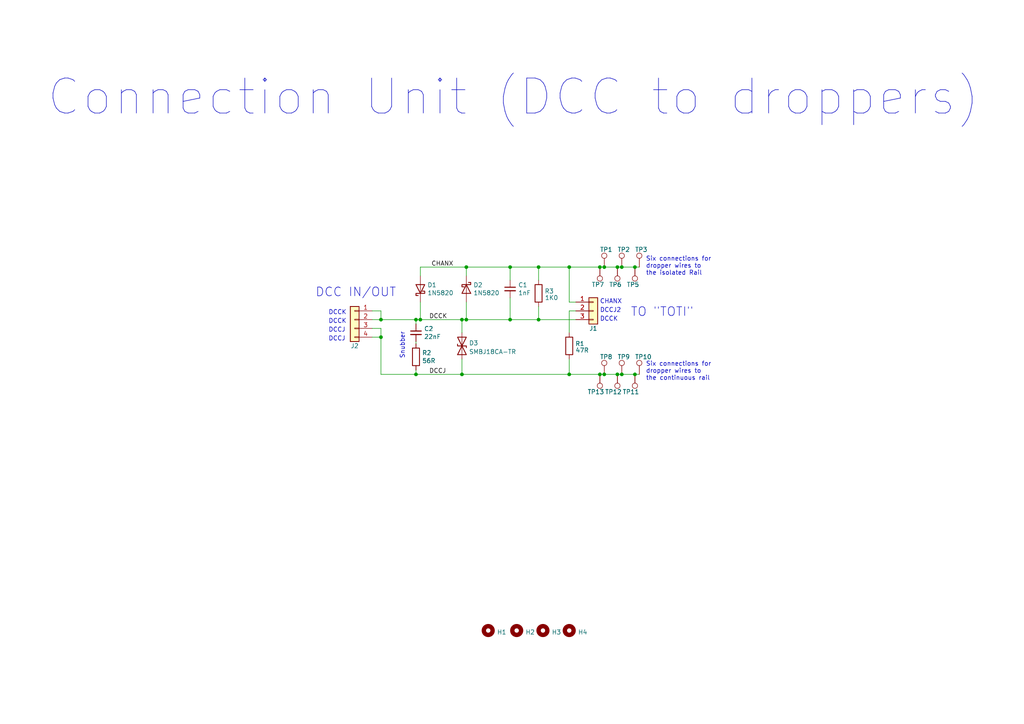
<source format=kicad_sch>
(kicad_sch (version 20211123) (generator eeschema)
  (paper "A4")
  (title_block (title "Connection Unit") (date "2021-12-31") (rev "A") (comment 1 "1002"))
  (lib_symbols
    (symbol "Connector:TestPoint" (pin_numbers hide) (pin_names (offset 0.762) hide)
      (property "Reference" "TP" (at 0 6.858 0))
      (property "Value" "TestPoint" (at 0 5.08 0))
      (symbol "TestPoint_0_1"
        (circle (center 0 3.302) (radius 0.762))
      )
      (symbol "TestPoint_1_1"
        (pin passive line (at 0 0 90) (length 2.54) (name "1") (number "1"))
      )
    )
    (symbol "Connector_Generic:Conn_01x03" (pin_names (offset 1.016) hide)
      (property "Reference" "J" (at 0 5.08 0))
      (property "Value" "Conn_01x03" (at 0 -5.08 0))
      (symbol "Conn_01x03_1_1"
        (rectangle (start -1.27 -2.413) (end 0 -2.667) (stroke (width 0.1524)))
        (rectangle (start -1.27 0.127) (end 0 -0.127) (stroke (width 0.1524)))
        (rectangle (start -1.27 2.667) (end 0 2.413) (stroke (width 0.1524)))
        (rectangle (start -1.27 3.81) (end 1.27 -3.81) (stroke (width 0.254)) (fill (type background)))
        (pin passive line (at -5.08 2.54 0) (length 3.81) (name "Pin_1") (number "1"))
        (pin passive line (at -5.08 0 0) (length 3.81) (name "Pin_2") (number "2"))
        (pin passive line (at -5.08 -2.54 0) (length 3.81) (name "Pin_3") (number "3"))
      )
    )
    (symbol "Connector_Generic:Conn_01x04" (pin_names (offset 1.016) hide)
      (property "Reference" "J" (at 0 5.08 0))
      (property "Value" "Conn_01x04" (at 0 -7.62 0))
      (symbol "Conn_01x04_1_1"
        (rectangle (start -1.27 -4.953) (end 0 -5.207) (stroke (width 0.1524)))
        (rectangle (start -1.27 -2.413) (end 0 -2.667) (stroke (width 0.1524)))
        (rectangle (start -1.27 0.127) (end 0 -0.127) (stroke (width 0.1524)))
        (rectangle (start -1.27 2.667) (end 0 2.413) (stroke (width 0.1524)))
        (rectangle (start -1.27 3.81) (end 1.27 -6.35) (stroke (width 0.254)) (fill (type background)))
        (pin passive line (at -5.08 2.54 0) (length 3.81) (name "Pin_1") (number "1"))
        (pin passive line (at -5.08 0 0) (length 3.81) (name "Pin_2") (number "2"))
        (pin passive line (at -5.08 -2.54 0) (length 3.81) (name "Pin_3") (number "3"))
        (pin passive line (at -5.08 -5.08 0) (length 3.81) (name "Pin_4") (number "4"))
      )
    )
    (symbol "Device:C_Small" (pin_numbers hide) (pin_names (offset 0.254) hide)
      (property "Reference" "C" (at 0.254 1.778 0))
      (property "Value" "C_Small" (at 0.254 -2.032 0))
      (symbol "C_Small_0_1"
        (polyline (pts (xy -1.524 -0.508) (xy 1.524 -0.508)) (stroke (width 0.3302)))
        (polyline (pts (xy -1.524 0.508) (xy 1.524 0.508)) (stroke (width 0.3048)))
      )
      (symbol "C_Small_1_1"
        (pin passive line (at 0 2.54 270) (length 2.032) (name "~") (number "1"))
        (pin passive line (at 0 -2.54 90) (length 2.032) (name "~") (number "2"))
      )
    )
    (symbol "Device:D_TVS" (pin_numbers hide) (pin_names (offset 1.016) hide)
      (property "Reference" "D" (at 0 2.54 0))
      (property "Value" "D_TVS" (at 0 -2.54 0))
      (symbol "D_TVS_0_1"
        (polyline (pts (xy 1.27 0) (xy -1.27 0)))
        (polyline (pts (xy 0.508 1.27) (xy 0 1.27) (xy 0 -1.27) (xy -0.508 -1.27)) (stroke (width 0.254)))
        (polyline (pts (xy -2.54 1.27) (xy -2.54 -1.27) (xy 2.54 1.27) (xy 2.54 -1.27) (xy -2.54 1.27)) (stroke (width 0.254)))
      )
      (symbol "D_TVS_1_1"
        (pin passive line (at -3.81 0 0) (length 2.54) (name "A1") (number "1"))
        (pin passive line (at 3.81 0 180) (length 2.54) (name "A2") (number "2"))
      )
    )
    (symbol "Device:R" (pin_numbers hide) (pin_names (offset 0))
      (property "Reference" "R" (at 2.032 0 90))
      (property "Value" "R" (at 0 0 90))
      (symbol "R_0_1"
        (rectangle (start -1.016 -2.54) (end 1.016 2.54) (stroke (width 0.254)))
      )
      (symbol "R_1_1"
        (pin passive line (at 0 3.81 270) (length 1.27) (name "~") (number "1"))
        (pin passive line (at 0 -3.81 90) (length 1.27) (name "~") (number "2"))
      )
    )
    (symbol "Diode:1N5820" (pin_numbers hide) (pin_names (offset 1.016) hide)
      (property "Reference" "D" (at 0 2.54 0))
      (property "Value" "1N5820" (at 0 -2.54 0))
      (symbol "1N5820_0_1"
        (polyline (pts (xy 1.27 0) (xy -1.27 0)))
        (polyline (pts (xy 1.27 1.27) (xy 1.27 -1.27) (xy -1.27 0) (xy 1.27 1.27)) (stroke (width 0.254)))
        (polyline (pts (xy -1.905 0.635) (xy -1.905 1.27) (xy -1.27 1.27) (xy -1.27 -1.27) (xy -0.635 -1.27) (xy -0.635 -0.635)) (stroke (width 0.254)))
      )
      (symbol "1N5820_1_1"
        (pin passive line (at -3.81 0 0) (length 2.54) (name "K") (number "1"))
        (pin passive line (at 3.81 0 180) (length 2.54) (name "A") (number "2"))
      )
    )
    (symbol "Mechanical:MountingHole" (pin_names (offset 1.016))
      (property "Reference" "H" (at 0 5.08 0))
      (property "Value" "MountingHole" (at 0 3.175 0))
      (symbol "MountingHole_0_1"
        (circle (center 0 0) (radius 1.27) (stroke (width 1.27)))
      )
    )
  )
  (junction (at 184.15 108.585))
  (junction (at 180.34 77.47))
  (junction (at 180.34 108.585))
  (junction (at 120.65 92.71))
  (junction (at 184.15 77.47))
  (junction (at 165.1 108.585))
  (junction (at 156.21 92.71))
  (junction (at 133.985 108.585))
  (junction (at 133.985 92.71))
  (junction (at 120.65 108.585))
  (junction (at 147.955 92.71))
  (junction (at 173.99 77.47))
  (junction (at 175.26 108.585))
  (junction (at 121.92 92.71))
  (junction (at 179.07 77.47))
  (junction (at 110.49 92.71))
  (junction (at 173.99 108.585))
  (junction (at 135.255 77.47))
  (junction (at 110.49 97.79))
  (junction (at 165.1 77.47))
  (junction (at 179.07 108.585))
  (junction (at 175.26 77.47))
  (junction (at 147.955 77.47))
  (junction (at 135.255 92.71))
  (junction (at 156.21 77.47))
  (wire (pts (xy 133.985 92.71) (xy 135.255 92.71)))
  (wire (pts (xy 165.1 90.17) (xy 165.1 96.52)))
  (wire (pts (xy 121.92 77.47) (xy 135.255 77.47)))
  (wire (pts (xy 120.65 99.06) (xy 120.65 99.695)))
  (wire (pts (xy 147.955 86.36) (xy 147.955 92.71)))
  (wire (pts (xy 180.34 77.47) (xy 184.15 77.47)))
  (wire (pts (xy 184.15 77.47) (xy 185.42 77.47)))
  (wire (pts (xy 147.955 77.47) (xy 147.955 81.28)))
  (wire (pts (xy 156.21 88.9) (xy 156.21 92.71)))
  (wire (pts (xy 156.21 92.71) (xy 167.005 92.71)))
  (wire (pts (xy 175.26 108.585) (xy 179.07 108.585)))
  (wire (pts (xy 120.65 92.71) (xy 121.92 92.71)))
  (wire (pts (xy 135.255 77.47) (xy 147.955 77.47)))
  (wire (pts (xy 180.34 108.585) (xy 184.15 108.585)))
  (wire (pts (xy 147.955 77.47) (xy 156.21 77.47)))
  (wire (pts (xy 184.15 108.585) (xy 185.42 108.585)))
  (wire (pts (xy 165.1 87.63) (xy 165.1 77.47)))
  (wire (pts (xy 165.1 108.585) (xy 173.99 108.585)))
  (wire (pts (xy 121.92 92.71) (xy 133.985 92.71)))
  (wire (pts (xy 120.65 107.315) (xy 120.65 108.585)))
  (wire (pts (xy 120.65 108.585) (xy 133.985 108.585)))
  (wire (pts (xy 110.49 97.79) (xy 107.95 97.79)))
  (wire (pts (xy 133.985 92.71) (xy 133.985 96.52)))
  (wire (pts (xy 156.21 77.47) (xy 156.21 81.28)))
  (wire (pts (xy 107.95 92.71) (xy 110.49 92.71)))
  (wire (pts (xy 133.985 108.585) (xy 165.1 108.585)))
  (wire (pts (xy 107.95 90.17) (xy 110.49 90.17)))
  (wire (pts (xy 165.1 77.47) (xy 173.99 77.47)))
  (wire (pts (xy 156.21 77.47) (xy 165.1 77.47)))
  (wire (pts (xy 133.985 104.14) (xy 133.985 108.585)))
  (wire (pts (xy 175.26 77.47) (xy 179.07 77.47)))
  (wire (pts (xy 110.49 92.71) (xy 110.49 90.17)))
  (wire (pts (xy 110.49 97.79) (xy 110.49 108.585)))
  (wire (pts (xy 167.005 87.63) (xy 165.1 87.63)))
  (wire (pts (xy 135.255 92.71) (xy 147.955 92.71)))
  (wire (pts (xy 121.92 87.63) (xy 121.92 92.71)))
  (wire (pts (xy 165.1 104.14) (xy 165.1 108.585)))
  (wire (pts (xy 173.99 77.47) (xy 175.26 77.47)))
  (wire (pts (xy 121.92 77.47) (xy 121.92 80.01)))
  (wire (pts (xy 107.95 95.25) (xy 110.49 95.25)))
  (wire (pts (xy 179.07 108.585) (xy 180.34 108.585)))
  (wire (pts (xy 110.49 108.585) (xy 120.65 108.585)))
  (wire (pts (xy 147.955 92.71) (xy 156.21 92.71)))
  (wire (pts (xy 110.49 92.71) (xy 120.65 92.71)))
  (wire (pts (xy 135.255 87.63) (xy 135.255 92.71)))
  (wire (pts (xy 120.65 92.71) (xy 120.65 93.98)))
  (wire (pts (xy 110.49 95.25) (xy 110.49 97.79)))
  (wire (pts (xy 167.005 90.17) (xy 165.1 90.17)))
  (wire (pts (xy 179.07 77.47) (xy 180.34 77.47)))
  (wire (pts (xy 173.99 108.585) (xy 175.26 108.585)))
  (wire (pts (xy 135.255 80.01) (xy 135.255 77.47)))
  (text "DCCK" (at 173.99 93.345 0) (effects (font (size 1.27 1.27)) (justify left bottom)))
  (text "DCCK" (at 95.25 93.98 0) (effects (font (size 1.27 1.27)) (justify left bottom)))
  (text "TO \"TOTI\"" (at 182.88 92.075 0) (effects (font (size 2.54 2.54)) (justify left bottom)))
  (text "Six connections for\ndropper wires to\nthe continuous rail" (at 187.325 110.49 0) (effects (font (size 1.27 1.27)) (justify left bottom)))
  (text "Six connections for\ndropper wires to\nthe isolated Rail" (at 187.325 80.01 0) (effects (font (size 1.27 1.27)) (justify left bottom)))
  (text "DCCJ" (at 95.25 96.52 0) (effects (font (size 1.27 1.27)) (justify left bottom)))
  (text "CHANX" (at 173.99 88.265 0) (effects (font (size 1.27 1.27)) (justify left bottom)))
  (text "DCCJ2" (at 173.99 90.805 0) (effects (font (size 1.27 1.27)) (justify left bottom)))
  (text "DCCK" (at 95.25 91.44 0) (effects (font (size 1.27 1.27)) (justify left bottom)))
  (text "Snubber" (at 117.475 104.14 90) (effects (font (size 1.27 1.27)) (justify left bottom)))
  (text "Connection Unit (DCC to droppers)" (at 13.335 34.29 0) (effects (font (size 10.16 10.16)) (justify left bottom)))
  (text "DCCJ" (at 95.25 99.06 0) (effects (font (size 1.27 1.27)) (justify left bottom)))
  (text "DCC IN/OUT" (at 91.44 86.36 0) (effects (font (size 2.54 2.54)) (justify left bottom)))
  (label "CHANX" (at 125.095 77.47 0))
  (label "DCCJ" (at 124.46 108.585 0))
  (label "DCCK" (at 124.46 92.71 0))
  (symbol (lib_id "Diode:1N5820") (at 135.255 83.82 270) (unit 1)
    (property "Reference" "D2" (at 137.287 82.6516 90) (effects (justify left)))
    (property "Value" "1N5820" (at 137.287 84.963 90) (effects (justify left)))
    (property "Footprint" "Diode_THT:D_DO-201AD_P15.24mm_Horizontal" (effects hide))
    (property "Datasheet" "http://www.vishay.com/docs/88526/1n5820.pdf" (effects hide))
  )
  (symbol (lib_id "Diode:1N5820") (at 121.92 83.82 90) (unit 1)
    (property "Reference" "D1" (at 123.952 82.6516 90) (effects (justify right)))
    (property "Value" "1N5820" (at 123.952 84.963 90) (effects (justify right)))
    (property "Footprint" "Diode_THT:D_DO-201AD_P15.24mm_Horizontal" (effects hide))
    (property "Datasheet" "http://www.vishay.com/docs/88526/1n5820.pdf" (effects hide))
  )
  (symbol (lib_id "Connector_Generic:Conn_01x03") (at 172.085 90.17 0) (unit 1)
    (property "Reference" "J1" (at 172.085 95.25 0))
    (property "Value" "Conn_01x03" (effects hide))
    (property "Footprint" "Connector_Molex:Molex_KK-254_AE-6410-03A_1x03_P2.54mm_Vertical" (effects hide))
  )
  (symbol (lib_id "Device:C_Small") (at 147.955 83.82 0) (unit 1)
    (property "Reference" "C1" (at 150.2918 82.6516 0) (effects (justify left)))
    (property "Value" "1nF" (at 150.2918 84.963 0) (effects (justify left)))
    (property "Footprint" "Capacitor_THT:C_Disc_D4.3mm_W1.9mm_P5.00mm" (effects hide))
  )
  (symbol (lib_id "Connector_Generic:Conn_01x04") (at 102.87 92.71 0) (mirror y) (unit 1)
    (property "Reference" "J2" (at 102.87 100.33 0))
    (property "Value" "Conn_01x04" (effects hide))
    (property "Footprint" "Connector_Molex:Molex_KK-396_A-41791-0004_1x04_P3.96mm_Vertical" (effects hide))
  )
  (symbol (lib_id "Mechanical:MountingHole") (at 165.1 182.88 0) (unit 1)
    (property "Reference" "H4" (at 167.64 183.359 0) (effects (justify left)))
    (property "Value" "MountingHole" (effects hide))
    (property "Footprint" "MountingHole:MountingHole_3.2mm_M3_Pad_TopBottom" (effects hide))
  )
  (symbol (lib_id "Device:R") (at 165.1 100.33 180) (unit 1)
    (property "Reference" "R1" (at 169.545 99.695 0) (effects (justify left)))
    (property "Value" "47R" (at 170.815 101.6 0) (effects (justify left)))
    (property "Footprint" "Resistor_THT:R_Axial_DIN0207_L6.3mm_D2.5mm_P10.16mm_Horizontal" (effects hide))
  )
  (symbol (lib_id "Mechanical:MountingHole") (at 149.86 182.88 0) (unit 1)
    (property "Reference" "H2" (at 152.4 183.359 0) (effects (justify left)))
    (property "Value" "MountingHole" (effects hide))
    (property "Footprint" "MountingHole:MountingHole_3.2mm_M3_Pad_TopBottom" (effects hide))
  )
  (symbol (lib_id "Device:D_TVS") (at 133.985 100.33 90) (unit 1)
    (property "Reference" "D3" (at 136.017 99.4953 90) (effects (justify right)))
    (property "Value" "SMBJ18CA-TR" (at 136.017 102.0322 90) (effects (justify right)))
    (property "Footprint" "Diode_SMD:D_SMB_Handsoldering" (effects hide))
  )
  (symbol (lib_id "Mechanical:MountingHole") (at 141.605 182.88 0) (unit 1)
    (property "Reference" "H1" (at 144.145 183.359 0) (effects (justify left)))
    (property "Value" "MountingHole" (effects hide))
    (property "Footprint" "MountingHole:MountingHole_3.2mm_M3_Pad_TopBottom" (effects hide))
  )
  (symbol (lib_id "Device:R") (at 156.21 85.09 180) (unit 1)
    (property "Reference" "R3" (at 160.655 84.455 0) (effects (justify left)))
    (property "Value" "1K0" (at 161.925 86.36 0) (effects (justify left)))
    (property "Footprint" "Resistor_THT:R_Axial_DIN0207_L6.3mm_D2.5mm_P10.16mm_Horizontal" (effects hide))
  )
  (symbol (lib_id "Connector:TestPoint") (at 185.42 108.585 0) (unit 1)
    (property "Reference" "TP10" (at 184.15 103.505 0) (effects (justify left)))
    (property "Value" "TestPoint" (effects hide))
    (property "Footprint" "TestPoint:TestPoint_THTPad_2.5x2.5mm_Drill1.2mm" (effects hide))
  )
  (symbol (lib_id "Connector:TestPoint") (at 173.99 77.47 180) (unit 1)
    (property "Reference" "TP7" (at 175.26 82.55 0) (effects (justify left)))
    (property "Value" "TestPoint" (effects hide))
    (property "Footprint" "TestPoint:TestPoint_THTPad_2.5x2.5mm_Drill1.2mm" (effects hide))
  )
  (symbol (lib_id "Connector:TestPoint") (at 175.26 77.47 0) (unit 1)
    (property "Reference" "TP1" (at 173.99 72.39 0) (effects (justify left)))
    (property "Value" "TestPoint" (effects hide))
    (property "Footprint" "TestPoint:TestPoint_THTPad_2.5x2.5mm_Drill1.2mm" (effects hide))
  )
  (symbol (lib_id "Connector:TestPoint") (at 175.26 108.585 0) (unit 1)
    (property "Reference" "TP8" (at 173.99 103.505 0) (effects (justify left)))
    (property "Value" "TestPoint" (effects hide))
    (property "Footprint" "TestPoint:TestPoint_THTPad_2.5x2.5mm_Drill1.2mm" (effects hide))
  )
  (symbol (lib_id "Connector:TestPoint") (at 179.07 108.585 180) (unit 1)
    (property "Reference" "TP12" (at 180.34 113.665 0) (effects (justify left)))
    (property "Value" "TestPoint" (effects hide))
    (property "Footprint" "TestPoint:TestPoint_THTPad_2.5x2.5mm_Drill1.2mm" (effects hide))
  )
  (symbol (lib_id "Connector:TestPoint") (at 180.34 77.47 0) (unit 1)
    (property "Reference" "TP2" (at 179.07 72.39 0) (effects (justify left)))
    (property "Value" "TestPoint" (effects hide))
    (property "Footprint" "TestPoint:TestPoint_THTPad_2.5x2.5mm_Drill1.2mm" (effects hide))
  )
  (symbol (lib_id "Connector:TestPoint") (at 173.99 108.585 180) (unit 1)
    (property "Reference" "TP13" (at 175.26 113.665 0) (effects (justify left)))
    (property "Value" "TestPoint" (effects hide))
    (property "Footprint" "TestPoint:TestPoint_THTPad_2.5x2.5mm_Drill1.2mm" (effects hide))
  )
  (symbol (lib_id "Connector:TestPoint") (at 185.42 77.47 0) (unit 1)
    (property "Reference" "TP3" (at 184.15 72.39 0) (effects (justify left)))
    (property "Value" "TestPoint" (effects hide))
    (property "Footprint" "TestPoint:TestPoint_THTPad_2.5x2.5mm_Drill1.2mm" (effects hide))
  )
  (symbol (lib_id "Connector:TestPoint") (at 179.07 77.47 180) (unit 1)
    (property "Reference" "TP6" (at 180.34 82.55 0) (effects (justify left)))
    (property "Value" "TestPoint" (effects hide))
    (property "Footprint" "TestPoint:TestPoint_THTPad_2.5x2.5mm_Drill1.2mm" (effects hide))
  )
  (symbol (lib_id "Mechanical:MountingHole") (at 157.48 182.88 0) (unit 1)
    (property "Reference" "H3" (at 160.02 183.359 0) (effects (justify left)))
    (property "Value" "MountingHole" (effects hide))
    (property "Footprint" "MountingHole:MountingHole_3.2mm_M3_Pad_TopBottom" (effects hide))
  )
  (symbol (lib_id "Connector:TestPoint") (at 184.15 108.585 180) (unit 1)
    (property "Reference" "TP11" (at 185.42 113.665 0) (effects (justify left)))
    (property "Value" "TestPoint" (effects hide))
    (property "Footprint" "TestPoint:TestPoint_THTPad_2.5x2.5mm_Drill1.2mm" (effects hide))
  )
  (symbol (lib_id "Connector:TestPoint") (at 184.15 77.47 180) (unit 1)
    (property "Reference" "TP5" (at 185.42 82.55 0) (effects (justify left)))
    (property "Value" "TestPoint" (effects hide))
    (property "Footprint" "TestPoint:TestPoint_THTPad_2.5x2.5mm_Drill1.2mm" (effects hide))
  )
  (symbol (lib_id "Device:R") (at 120.65 103.505 0) (unit 1)
    (property "Reference" "R2" (at 122.428 102.3366 0) (effects (justify left)))
    (property "Value" "56R" (at 122.428 104.648 0) (effects (justify left)))
    (property "Footprint" "Resistor_THT:R_Axial_DIN0207_L6.3mm_D2.5mm_P10.16mm_Horizontal" (effects hide))
  )
  (symbol (lib_id "Device:C_Small") (at 120.65 96.52 0) (unit 1)
    (property "Reference" "C2" (at 122.9868 95.3516 0) (effects (justify left)))
    (property "Value" "22nF" (at 122.9868 97.663 0) (effects (justify left)))
    (property "Footprint" "Capacitor_THT:C_Rect_L7.2mm_W2.5mm_P5.00mm_FKS2_FKP2_MKS2_MKP2" (effects hide))
  )
  (symbol (lib_id "Connector:TestPoint") (at 180.34 108.585 0) (unit 1)
    (property "Reference" "TP9" (at 179.07 103.505 0) (effects (justify left)))
    (property "Value" "TestPoint" (effects hide))
    (property "Footprint" "TestPoint:TestPoint_THTPad_2.5x2.5mm_Drill1.2mm" (effects hide))
  )
)
</source>
